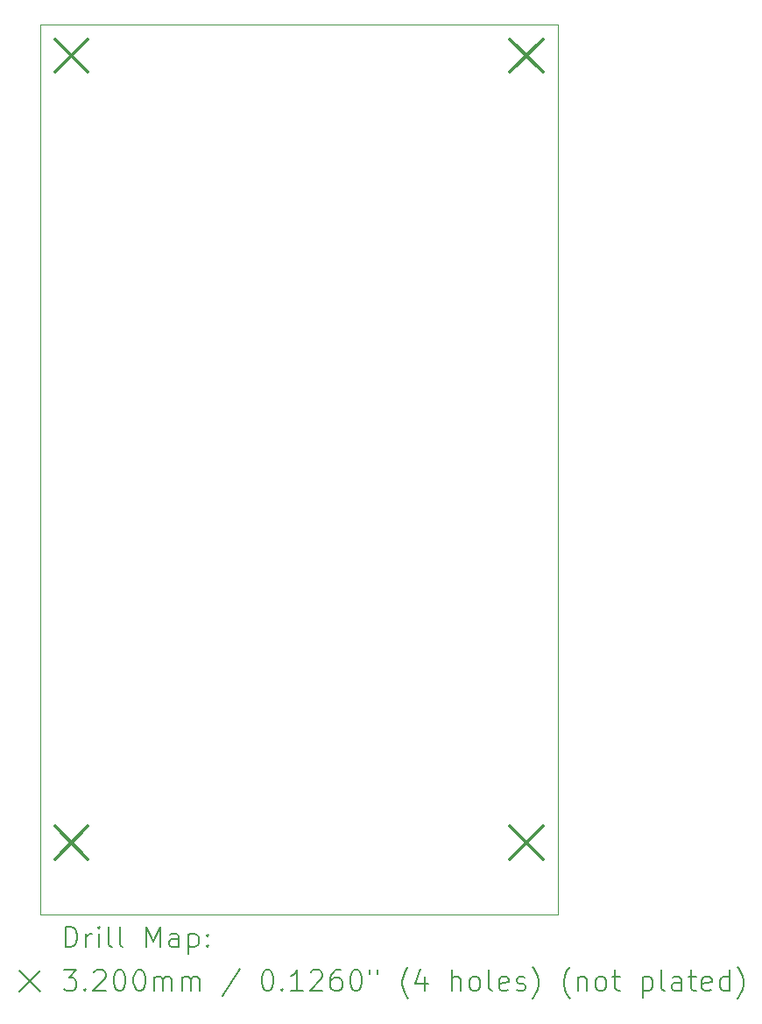
<source format=gbr>
%TF.GenerationSoftware,KiCad,Pcbnew,7.0.1*%
%TF.CreationDate,2023-04-12T14:42:22+09:00*%
%TF.ProjectId,KiCad-Si4735,4b694361-642d-4536-9934-3733352e6b69,rev?*%
%TF.SameCoordinates,PX6bc3e40PY88601c0*%
%TF.FileFunction,Drillmap*%
%TF.FilePolarity,Positive*%
%FSLAX45Y45*%
G04 Gerber Fmt 4.5, Leading zero omitted, Abs format (unit mm)*
G04 Created by KiCad (PCBNEW 7.0.1) date 2023-04-12 14:42:22*
%MOMM*%
%LPD*%
G01*
G04 APERTURE LIST*
%ADD10C,0.100000*%
%ADD11C,0.200000*%
%ADD12C,0.320000*%
G04 APERTURE END LIST*
D10*
X0Y8600000D02*
X5000000Y8600000D01*
X5000000Y0D01*
X0Y0D01*
X0Y8600000D01*
D11*
D12*
X140000Y8460000D02*
X460000Y8140000D01*
X460000Y8460000D02*
X140000Y8140000D01*
X140000Y852000D02*
X460000Y532000D01*
X460000Y852000D02*
X140000Y532000D01*
X4540000Y8460000D02*
X4860000Y8140000D01*
X4860000Y8460000D02*
X4540000Y8140000D01*
X4540000Y852000D02*
X4860000Y532000D01*
X4860000Y852000D02*
X4540000Y532000D01*
D11*
X242619Y-317524D02*
X242619Y-117524D01*
X242619Y-117524D02*
X290238Y-117524D01*
X290238Y-117524D02*
X318810Y-127048D01*
X318810Y-127048D02*
X337857Y-146095D01*
X337857Y-146095D02*
X347381Y-165143D01*
X347381Y-165143D02*
X356905Y-203238D01*
X356905Y-203238D02*
X356905Y-231809D01*
X356905Y-231809D02*
X347381Y-269905D01*
X347381Y-269905D02*
X337857Y-288952D01*
X337857Y-288952D02*
X318810Y-308000D01*
X318810Y-308000D02*
X290238Y-317524D01*
X290238Y-317524D02*
X242619Y-317524D01*
X442619Y-317524D02*
X442619Y-184190D01*
X442619Y-222286D02*
X452143Y-203238D01*
X452143Y-203238D02*
X461667Y-193714D01*
X461667Y-193714D02*
X480714Y-184190D01*
X480714Y-184190D02*
X499762Y-184190D01*
X566429Y-317524D02*
X566429Y-184190D01*
X566429Y-117524D02*
X556905Y-127048D01*
X556905Y-127048D02*
X566429Y-136571D01*
X566429Y-136571D02*
X575952Y-127048D01*
X575952Y-127048D02*
X566429Y-117524D01*
X566429Y-117524D02*
X566429Y-136571D01*
X690238Y-317524D02*
X671190Y-308000D01*
X671190Y-308000D02*
X661667Y-288952D01*
X661667Y-288952D02*
X661667Y-117524D01*
X795000Y-317524D02*
X775952Y-308000D01*
X775952Y-308000D02*
X766428Y-288952D01*
X766428Y-288952D02*
X766428Y-117524D01*
X1023571Y-317524D02*
X1023571Y-117524D01*
X1023571Y-117524D02*
X1090238Y-260381D01*
X1090238Y-260381D02*
X1156905Y-117524D01*
X1156905Y-117524D02*
X1156905Y-317524D01*
X1337857Y-317524D02*
X1337857Y-212762D01*
X1337857Y-212762D02*
X1328333Y-193714D01*
X1328333Y-193714D02*
X1309286Y-184190D01*
X1309286Y-184190D02*
X1271190Y-184190D01*
X1271190Y-184190D02*
X1252143Y-193714D01*
X1337857Y-308000D02*
X1318810Y-317524D01*
X1318810Y-317524D02*
X1271190Y-317524D01*
X1271190Y-317524D02*
X1252143Y-308000D01*
X1252143Y-308000D02*
X1242619Y-288952D01*
X1242619Y-288952D02*
X1242619Y-269905D01*
X1242619Y-269905D02*
X1252143Y-250857D01*
X1252143Y-250857D02*
X1271190Y-241333D01*
X1271190Y-241333D02*
X1318810Y-241333D01*
X1318810Y-241333D02*
X1337857Y-231809D01*
X1433095Y-184190D02*
X1433095Y-384190D01*
X1433095Y-193714D02*
X1452143Y-184190D01*
X1452143Y-184190D02*
X1490238Y-184190D01*
X1490238Y-184190D02*
X1509286Y-193714D01*
X1509286Y-193714D02*
X1518809Y-203238D01*
X1518809Y-203238D02*
X1528333Y-222286D01*
X1528333Y-222286D02*
X1528333Y-279429D01*
X1528333Y-279429D02*
X1518809Y-298476D01*
X1518809Y-298476D02*
X1509286Y-308000D01*
X1509286Y-308000D02*
X1490238Y-317524D01*
X1490238Y-317524D02*
X1452143Y-317524D01*
X1452143Y-317524D02*
X1433095Y-308000D01*
X1614048Y-298476D02*
X1623571Y-308000D01*
X1623571Y-308000D02*
X1614048Y-317524D01*
X1614048Y-317524D02*
X1604524Y-308000D01*
X1604524Y-308000D02*
X1614048Y-298476D01*
X1614048Y-298476D02*
X1614048Y-317524D01*
X1614048Y-193714D02*
X1623571Y-203238D01*
X1623571Y-203238D02*
X1614048Y-212762D01*
X1614048Y-212762D02*
X1604524Y-203238D01*
X1604524Y-203238D02*
X1614048Y-193714D01*
X1614048Y-193714D02*
X1614048Y-212762D01*
X-205000Y-545000D02*
X-5000Y-745000D01*
X-5000Y-545000D02*
X-205000Y-745000D01*
X223571Y-537524D02*
X347381Y-537524D01*
X347381Y-537524D02*
X280714Y-613714D01*
X280714Y-613714D02*
X309286Y-613714D01*
X309286Y-613714D02*
X328333Y-623238D01*
X328333Y-623238D02*
X337857Y-632762D01*
X337857Y-632762D02*
X347381Y-651810D01*
X347381Y-651810D02*
X347381Y-699428D01*
X347381Y-699428D02*
X337857Y-718476D01*
X337857Y-718476D02*
X328333Y-728000D01*
X328333Y-728000D02*
X309286Y-737524D01*
X309286Y-737524D02*
X252143Y-737524D01*
X252143Y-737524D02*
X233095Y-728000D01*
X233095Y-728000D02*
X223571Y-718476D01*
X433095Y-718476D02*
X442619Y-728000D01*
X442619Y-728000D02*
X433095Y-737524D01*
X433095Y-737524D02*
X423571Y-728000D01*
X423571Y-728000D02*
X433095Y-718476D01*
X433095Y-718476D02*
X433095Y-737524D01*
X518809Y-556571D02*
X528333Y-547048D01*
X528333Y-547048D02*
X547381Y-537524D01*
X547381Y-537524D02*
X595000Y-537524D01*
X595000Y-537524D02*
X614048Y-547048D01*
X614048Y-547048D02*
X623571Y-556571D01*
X623571Y-556571D02*
X633095Y-575619D01*
X633095Y-575619D02*
X633095Y-594667D01*
X633095Y-594667D02*
X623571Y-623238D01*
X623571Y-623238D02*
X509286Y-737524D01*
X509286Y-737524D02*
X633095Y-737524D01*
X756905Y-537524D02*
X775952Y-537524D01*
X775952Y-537524D02*
X795000Y-547048D01*
X795000Y-547048D02*
X804524Y-556571D01*
X804524Y-556571D02*
X814048Y-575619D01*
X814048Y-575619D02*
X823571Y-613714D01*
X823571Y-613714D02*
X823571Y-661333D01*
X823571Y-661333D02*
X814048Y-699428D01*
X814048Y-699428D02*
X804524Y-718476D01*
X804524Y-718476D02*
X795000Y-728000D01*
X795000Y-728000D02*
X775952Y-737524D01*
X775952Y-737524D02*
X756905Y-737524D01*
X756905Y-737524D02*
X737857Y-728000D01*
X737857Y-728000D02*
X728333Y-718476D01*
X728333Y-718476D02*
X718809Y-699428D01*
X718809Y-699428D02*
X709286Y-661333D01*
X709286Y-661333D02*
X709286Y-613714D01*
X709286Y-613714D02*
X718809Y-575619D01*
X718809Y-575619D02*
X728333Y-556571D01*
X728333Y-556571D02*
X737857Y-547048D01*
X737857Y-547048D02*
X756905Y-537524D01*
X947381Y-537524D02*
X966429Y-537524D01*
X966429Y-537524D02*
X985476Y-547048D01*
X985476Y-547048D02*
X995000Y-556571D01*
X995000Y-556571D02*
X1004524Y-575619D01*
X1004524Y-575619D02*
X1014048Y-613714D01*
X1014048Y-613714D02*
X1014048Y-661333D01*
X1014048Y-661333D02*
X1004524Y-699428D01*
X1004524Y-699428D02*
X995000Y-718476D01*
X995000Y-718476D02*
X985476Y-728000D01*
X985476Y-728000D02*
X966429Y-737524D01*
X966429Y-737524D02*
X947381Y-737524D01*
X947381Y-737524D02*
X928333Y-728000D01*
X928333Y-728000D02*
X918809Y-718476D01*
X918809Y-718476D02*
X909286Y-699428D01*
X909286Y-699428D02*
X899762Y-661333D01*
X899762Y-661333D02*
X899762Y-613714D01*
X899762Y-613714D02*
X909286Y-575619D01*
X909286Y-575619D02*
X918809Y-556571D01*
X918809Y-556571D02*
X928333Y-547048D01*
X928333Y-547048D02*
X947381Y-537524D01*
X1099762Y-737524D02*
X1099762Y-604190D01*
X1099762Y-623238D02*
X1109286Y-613714D01*
X1109286Y-613714D02*
X1128333Y-604190D01*
X1128333Y-604190D02*
X1156905Y-604190D01*
X1156905Y-604190D02*
X1175952Y-613714D01*
X1175952Y-613714D02*
X1185476Y-632762D01*
X1185476Y-632762D02*
X1185476Y-737524D01*
X1185476Y-632762D02*
X1195000Y-613714D01*
X1195000Y-613714D02*
X1214048Y-604190D01*
X1214048Y-604190D02*
X1242619Y-604190D01*
X1242619Y-604190D02*
X1261667Y-613714D01*
X1261667Y-613714D02*
X1271191Y-632762D01*
X1271191Y-632762D02*
X1271191Y-737524D01*
X1366429Y-737524D02*
X1366429Y-604190D01*
X1366429Y-623238D02*
X1375952Y-613714D01*
X1375952Y-613714D02*
X1395000Y-604190D01*
X1395000Y-604190D02*
X1423571Y-604190D01*
X1423571Y-604190D02*
X1442619Y-613714D01*
X1442619Y-613714D02*
X1452143Y-632762D01*
X1452143Y-632762D02*
X1452143Y-737524D01*
X1452143Y-632762D02*
X1461667Y-613714D01*
X1461667Y-613714D02*
X1480714Y-604190D01*
X1480714Y-604190D02*
X1509286Y-604190D01*
X1509286Y-604190D02*
X1528333Y-613714D01*
X1528333Y-613714D02*
X1537857Y-632762D01*
X1537857Y-632762D02*
X1537857Y-737524D01*
X1928333Y-528000D02*
X1756905Y-785143D01*
X2185476Y-537524D02*
X2204524Y-537524D01*
X2204524Y-537524D02*
X2223572Y-547048D01*
X2223572Y-547048D02*
X2233095Y-556571D01*
X2233095Y-556571D02*
X2242619Y-575619D01*
X2242619Y-575619D02*
X2252143Y-613714D01*
X2252143Y-613714D02*
X2252143Y-661333D01*
X2252143Y-661333D02*
X2242619Y-699428D01*
X2242619Y-699428D02*
X2233095Y-718476D01*
X2233095Y-718476D02*
X2223572Y-728000D01*
X2223572Y-728000D02*
X2204524Y-737524D01*
X2204524Y-737524D02*
X2185476Y-737524D01*
X2185476Y-737524D02*
X2166429Y-728000D01*
X2166429Y-728000D02*
X2156905Y-718476D01*
X2156905Y-718476D02*
X2147381Y-699428D01*
X2147381Y-699428D02*
X2137857Y-661333D01*
X2137857Y-661333D02*
X2137857Y-613714D01*
X2137857Y-613714D02*
X2147381Y-575619D01*
X2147381Y-575619D02*
X2156905Y-556571D01*
X2156905Y-556571D02*
X2166429Y-547048D01*
X2166429Y-547048D02*
X2185476Y-537524D01*
X2337857Y-718476D02*
X2347381Y-728000D01*
X2347381Y-728000D02*
X2337857Y-737524D01*
X2337857Y-737524D02*
X2328334Y-728000D01*
X2328334Y-728000D02*
X2337857Y-718476D01*
X2337857Y-718476D02*
X2337857Y-737524D01*
X2537857Y-737524D02*
X2423572Y-737524D01*
X2480714Y-737524D02*
X2480714Y-537524D01*
X2480714Y-537524D02*
X2461667Y-566095D01*
X2461667Y-566095D02*
X2442619Y-585143D01*
X2442619Y-585143D02*
X2423572Y-594667D01*
X2614048Y-556571D02*
X2623572Y-547048D01*
X2623572Y-547048D02*
X2642619Y-537524D01*
X2642619Y-537524D02*
X2690238Y-537524D01*
X2690238Y-537524D02*
X2709286Y-547048D01*
X2709286Y-547048D02*
X2718810Y-556571D01*
X2718810Y-556571D02*
X2728334Y-575619D01*
X2728334Y-575619D02*
X2728334Y-594667D01*
X2728334Y-594667D02*
X2718810Y-623238D01*
X2718810Y-623238D02*
X2604524Y-737524D01*
X2604524Y-737524D02*
X2728334Y-737524D01*
X2899762Y-537524D02*
X2861667Y-537524D01*
X2861667Y-537524D02*
X2842619Y-547048D01*
X2842619Y-547048D02*
X2833095Y-556571D01*
X2833095Y-556571D02*
X2814048Y-585143D01*
X2814048Y-585143D02*
X2804524Y-623238D01*
X2804524Y-623238D02*
X2804524Y-699428D01*
X2804524Y-699428D02*
X2814048Y-718476D01*
X2814048Y-718476D02*
X2823572Y-728000D01*
X2823572Y-728000D02*
X2842619Y-737524D01*
X2842619Y-737524D02*
X2880714Y-737524D01*
X2880714Y-737524D02*
X2899762Y-728000D01*
X2899762Y-728000D02*
X2909286Y-718476D01*
X2909286Y-718476D02*
X2918810Y-699428D01*
X2918810Y-699428D02*
X2918810Y-651810D01*
X2918810Y-651810D02*
X2909286Y-632762D01*
X2909286Y-632762D02*
X2899762Y-623238D01*
X2899762Y-623238D02*
X2880714Y-613714D01*
X2880714Y-613714D02*
X2842619Y-613714D01*
X2842619Y-613714D02*
X2823572Y-623238D01*
X2823572Y-623238D02*
X2814048Y-632762D01*
X2814048Y-632762D02*
X2804524Y-651810D01*
X3042619Y-537524D02*
X3061667Y-537524D01*
X3061667Y-537524D02*
X3080714Y-547048D01*
X3080714Y-547048D02*
X3090238Y-556571D01*
X3090238Y-556571D02*
X3099762Y-575619D01*
X3099762Y-575619D02*
X3109286Y-613714D01*
X3109286Y-613714D02*
X3109286Y-661333D01*
X3109286Y-661333D02*
X3099762Y-699428D01*
X3099762Y-699428D02*
X3090238Y-718476D01*
X3090238Y-718476D02*
X3080714Y-728000D01*
X3080714Y-728000D02*
X3061667Y-737524D01*
X3061667Y-737524D02*
X3042619Y-737524D01*
X3042619Y-737524D02*
X3023572Y-728000D01*
X3023572Y-728000D02*
X3014048Y-718476D01*
X3014048Y-718476D02*
X3004524Y-699428D01*
X3004524Y-699428D02*
X2995000Y-661333D01*
X2995000Y-661333D02*
X2995000Y-613714D01*
X2995000Y-613714D02*
X3004524Y-575619D01*
X3004524Y-575619D02*
X3014048Y-556571D01*
X3014048Y-556571D02*
X3023572Y-547048D01*
X3023572Y-547048D02*
X3042619Y-537524D01*
X3185476Y-537524D02*
X3185476Y-575619D01*
X3261667Y-537524D02*
X3261667Y-575619D01*
X3556905Y-813714D02*
X3547381Y-804190D01*
X3547381Y-804190D02*
X3528334Y-775619D01*
X3528334Y-775619D02*
X3518810Y-756571D01*
X3518810Y-756571D02*
X3509286Y-728000D01*
X3509286Y-728000D02*
X3499762Y-680381D01*
X3499762Y-680381D02*
X3499762Y-642286D01*
X3499762Y-642286D02*
X3509286Y-594667D01*
X3509286Y-594667D02*
X3518810Y-566095D01*
X3518810Y-566095D02*
X3528334Y-547048D01*
X3528334Y-547048D02*
X3547381Y-518476D01*
X3547381Y-518476D02*
X3556905Y-508952D01*
X3718810Y-604190D02*
X3718810Y-737524D01*
X3671191Y-528000D02*
X3623572Y-670857D01*
X3623572Y-670857D02*
X3747381Y-670857D01*
X3975953Y-737524D02*
X3975953Y-537524D01*
X4061667Y-737524D02*
X4061667Y-632762D01*
X4061667Y-632762D02*
X4052143Y-613714D01*
X4052143Y-613714D02*
X4033096Y-604190D01*
X4033096Y-604190D02*
X4004524Y-604190D01*
X4004524Y-604190D02*
X3985476Y-613714D01*
X3985476Y-613714D02*
X3975953Y-623238D01*
X4185476Y-737524D02*
X4166429Y-728000D01*
X4166429Y-728000D02*
X4156905Y-718476D01*
X4156905Y-718476D02*
X4147381Y-699428D01*
X4147381Y-699428D02*
X4147381Y-642286D01*
X4147381Y-642286D02*
X4156905Y-623238D01*
X4156905Y-623238D02*
X4166429Y-613714D01*
X4166429Y-613714D02*
X4185476Y-604190D01*
X4185476Y-604190D02*
X4214048Y-604190D01*
X4214048Y-604190D02*
X4233096Y-613714D01*
X4233096Y-613714D02*
X4242619Y-623238D01*
X4242619Y-623238D02*
X4252143Y-642286D01*
X4252143Y-642286D02*
X4252143Y-699428D01*
X4252143Y-699428D02*
X4242619Y-718476D01*
X4242619Y-718476D02*
X4233096Y-728000D01*
X4233096Y-728000D02*
X4214048Y-737524D01*
X4214048Y-737524D02*
X4185476Y-737524D01*
X4366429Y-737524D02*
X4347381Y-728000D01*
X4347381Y-728000D02*
X4337858Y-708952D01*
X4337858Y-708952D02*
X4337858Y-537524D01*
X4518810Y-728000D02*
X4499762Y-737524D01*
X4499762Y-737524D02*
X4461667Y-737524D01*
X4461667Y-737524D02*
X4442619Y-728000D01*
X4442619Y-728000D02*
X4433096Y-708952D01*
X4433096Y-708952D02*
X4433096Y-632762D01*
X4433096Y-632762D02*
X4442619Y-613714D01*
X4442619Y-613714D02*
X4461667Y-604190D01*
X4461667Y-604190D02*
X4499762Y-604190D01*
X4499762Y-604190D02*
X4518810Y-613714D01*
X4518810Y-613714D02*
X4528334Y-632762D01*
X4528334Y-632762D02*
X4528334Y-651810D01*
X4528334Y-651810D02*
X4433096Y-670857D01*
X4604524Y-728000D02*
X4623572Y-737524D01*
X4623572Y-737524D02*
X4661667Y-737524D01*
X4661667Y-737524D02*
X4680715Y-728000D01*
X4680715Y-728000D02*
X4690239Y-708952D01*
X4690239Y-708952D02*
X4690239Y-699428D01*
X4690239Y-699428D02*
X4680715Y-680381D01*
X4680715Y-680381D02*
X4661667Y-670857D01*
X4661667Y-670857D02*
X4633096Y-670857D01*
X4633096Y-670857D02*
X4614048Y-661333D01*
X4614048Y-661333D02*
X4604524Y-642286D01*
X4604524Y-642286D02*
X4604524Y-632762D01*
X4604524Y-632762D02*
X4614048Y-613714D01*
X4614048Y-613714D02*
X4633096Y-604190D01*
X4633096Y-604190D02*
X4661667Y-604190D01*
X4661667Y-604190D02*
X4680715Y-613714D01*
X4756905Y-813714D02*
X4766429Y-804190D01*
X4766429Y-804190D02*
X4785477Y-775619D01*
X4785477Y-775619D02*
X4795000Y-756571D01*
X4795000Y-756571D02*
X4804524Y-728000D01*
X4804524Y-728000D02*
X4814048Y-680381D01*
X4814048Y-680381D02*
X4814048Y-642286D01*
X4814048Y-642286D02*
X4804524Y-594667D01*
X4804524Y-594667D02*
X4795000Y-566095D01*
X4795000Y-566095D02*
X4785477Y-547048D01*
X4785477Y-547048D02*
X4766429Y-518476D01*
X4766429Y-518476D02*
X4756905Y-508952D01*
X5118810Y-813714D02*
X5109286Y-804190D01*
X5109286Y-804190D02*
X5090239Y-775619D01*
X5090239Y-775619D02*
X5080715Y-756571D01*
X5080715Y-756571D02*
X5071191Y-728000D01*
X5071191Y-728000D02*
X5061667Y-680381D01*
X5061667Y-680381D02*
X5061667Y-642286D01*
X5061667Y-642286D02*
X5071191Y-594667D01*
X5071191Y-594667D02*
X5080715Y-566095D01*
X5080715Y-566095D02*
X5090239Y-547048D01*
X5090239Y-547048D02*
X5109286Y-518476D01*
X5109286Y-518476D02*
X5118810Y-508952D01*
X5195000Y-604190D02*
X5195000Y-737524D01*
X5195000Y-623238D02*
X5204524Y-613714D01*
X5204524Y-613714D02*
X5223572Y-604190D01*
X5223572Y-604190D02*
X5252143Y-604190D01*
X5252143Y-604190D02*
X5271191Y-613714D01*
X5271191Y-613714D02*
X5280715Y-632762D01*
X5280715Y-632762D02*
X5280715Y-737524D01*
X5404524Y-737524D02*
X5385477Y-728000D01*
X5385477Y-728000D02*
X5375953Y-718476D01*
X5375953Y-718476D02*
X5366429Y-699428D01*
X5366429Y-699428D02*
X5366429Y-642286D01*
X5366429Y-642286D02*
X5375953Y-623238D01*
X5375953Y-623238D02*
X5385477Y-613714D01*
X5385477Y-613714D02*
X5404524Y-604190D01*
X5404524Y-604190D02*
X5433096Y-604190D01*
X5433096Y-604190D02*
X5452143Y-613714D01*
X5452143Y-613714D02*
X5461667Y-623238D01*
X5461667Y-623238D02*
X5471191Y-642286D01*
X5471191Y-642286D02*
X5471191Y-699428D01*
X5471191Y-699428D02*
X5461667Y-718476D01*
X5461667Y-718476D02*
X5452143Y-728000D01*
X5452143Y-728000D02*
X5433096Y-737524D01*
X5433096Y-737524D02*
X5404524Y-737524D01*
X5528334Y-604190D02*
X5604524Y-604190D01*
X5556905Y-537524D02*
X5556905Y-708952D01*
X5556905Y-708952D02*
X5566429Y-728000D01*
X5566429Y-728000D02*
X5585477Y-737524D01*
X5585477Y-737524D02*
X5604524Y-737524D01*
X5823572Y-604190D02*
X5823572Y-804190D01*
X5823572Y-613714D02*
X5842619Y-604190D01*
X5842619Y-604190D02*
X5880715Y-604190D01*
X5880715Y-604190D02*
X5899762Y-613714D01*
X5899762Y-613714D02*
X5909286Y-623238D01*
X5909286Y-623238D02*
X5918810Y-642286D01*
X5918810Y-642286D02*
X5918810Y-699428D01*
X5918810Y-699428D02*
X5909286Y-718476D01*
X5909286Y-718476D02*
X5899762Y-728000D01*
X5899762Y-728000D02*
X5880715Y-737524D01*
X5880715Y-737524D02*
X5842619Y-737524D01*
X5842619Y-737524D02*
X5823572Y-728000D01*
X6033096Y-737524D02*
X6014048Y-728000D01*
X6014048Y-728000D02*
X6004524Y-708952D01*
X6004524Y-708952D02*
X6004524Y-537524D01*
X6195000Y-737524D02*
X6195000Y-632762D01*
X6195000Y-632762D02*
X6185477Y-613714D01*
X6185477Y-613714D02*
X6166429Y-604190D01*
X6166429Y-604190D02*
X6128334Y-604190D01*
X6128334Y-604190D02*
X6109286Y-613714D01*
X6195000Y-728000D02*
X6175953Y-737524D01*
X6175953Y-737524D02*
X6128334Y-737524D01*
X6128334Y-737524D02*
X6109286Y-728000D01*
X6109286Y-728000D02*
X6099762Y-708952D01*
X6099762Y-708952D02*
X6099762Y-689905D01*
X6099762Y-689905D02*
X6109286Y-670857D01*
X6109286Y-670857D02*
X6128334Y-661333D01*
X6128334Y-661333D02*
X6175953Y-661333D01*
X6175953Y-661333D02*
X6195000Y-651810D01*
X6261667Y-604190D02*
X6337858Y-604190D01*
X6290239Y-537524D02*
X6290239Y-708952D01*
X6290239Y-708952D02*
X6299762Y-728000D01*
X6299762Y-728000D02*
X6318810Y-737524D01*
X6318810Y-737524D02*
X6337858Y-737524D01*
X6480715Y-728000D02*
X6461667Y-737524D01*
X6461667Y-737524D02*
X6423572Y-737524D01*
X6423572Y-737524D02*
X6404524Y-728000D01*
X6404524Y-728000D02*
X6395000Y-708952D01*
X6395000Y-708952D02*
X6395000Y-632762D01*
X6395000Y-632762D02*
X6404524Y-613714D01*
X6404524Y-613714D02*
X6423572Y-604190D01*
X6423572Y-604190D02*
X6461667Y-604190D01*
X6461667Y-604190D02*
X6480715Y-613714D01*
X6480715Y-613714D02*
X6490239Y-632762D01*
X6490239Y-632762D02*
X6490239Y-651810D01*
X6490239Y-651810D02*
X6395000Y-670857D01*
X6661667Y-737524D02*
X6661667Y-537524D01*
X6661667Y-728000D02*
X6642620Y-737524D01*
X6642620Y-737524D02*
X6604524Y-737524D01*
X6604524Y-737524D02*
X6585477Y-728000D01*
X6585477Y-728000D02*
X6575953Y-718476D01*
X6575953Y-718476D02*
X6566429Y-699428D01*
X6566429Y-699428D02*
X6566429Y-642286D01*
X6566429Y-642286D02*
X6575953Y-623238D01*
X6575953Y-623238D02*
X6585477Y-613714D01*
X6585477Y-613714D02*
X6604524Y-604190D01*
X6604524Y-604190D02*
X6642620Y-604190D01*
X6642620Y-604190D02*
X6661667Y-613714D01*
X6737858Y-813714D02*
X6747381Y-804190D01*
X6747381Y-804190D02*
X6766429Y-775619D01*
X6766429Y-775619D02*
X6775953Y-756571D01*
X6775953Y-756571D02*
X6785477Y-728000D01*
X6785477Y-728000D02*
X6795000Y-680381D01*
X6795000Y-680381D02*
X6795000Y-642286D01*
X6795000Y-642286D02*
X6785477Y-594667D01*
X6785477Y-594667D02*
X6775953Y-566095D01*
X6775953Y-566095D02*
X6766429Y-547048D01*
X6766429Y-547048D02*
X6747381Y-518476D01*
X6747381Y-518476D02*
X6737858Y-508952D01*
M02*

</source>
